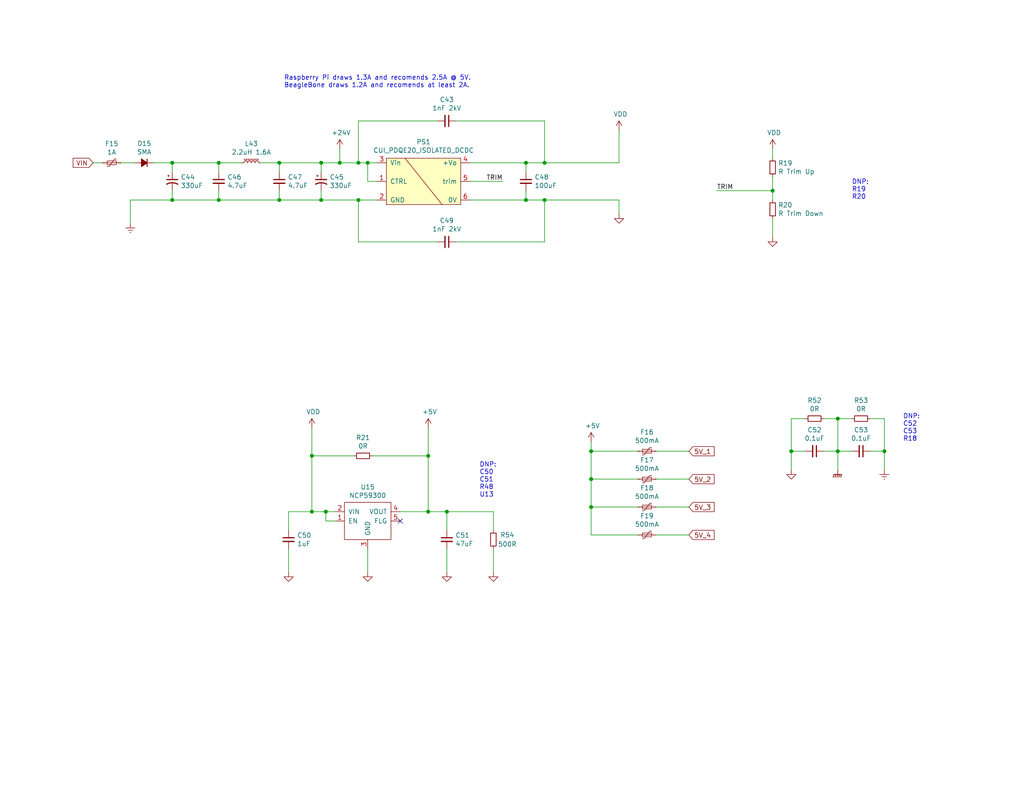
<source format=kicad_sch>
(kicad_sch (version 20211123) (generator eeschema)
  (paper "USLetter")
  (title_block (title "Greenhouse 2.0 IO Board") (date "2022-01-20") (rev "0.1.1") (company "Langhe Greenhaus"))
  (lib_symbols
    (symbol "BCR:NCP59300" (pin_names (offset 1.016))
      (property "Reference" "U" (at 5.08 -1.27 0))
      (property "Value" "BCR_NCP59300" (at 0 11.43 0))
      (symbol "NCP59300_0_1"
        (rectangle (start -6.35 10.16) (end 6.35 0))
      )
      (symbol "NCP59300_1_1"
        (pin input line (at -8.89 5.08 0) (length 2.54) (name "EN") (number "1"))
        (pin input line (at -8.89 7.62 0) (length 2.54) (name "VIN") (number "2"))
        (pin input line (at 0 -2.54 90) (length 2.54) (name "GND") (number "3"))
        (pin input line (at 8.89 7.62 180) (length 2.54) (name "VOUT") (number "4"))
        (pin input line (at 8.89 5.08 180) (length 2.54) (name "FLG") (number "5"))
      )
    )
    (symbol "Device:CP1_Small" (pin_numbers hide) (pin_names (offset 0.254) hide)
      (property "Reference" "C" (at 0.254 1.778 0))
      (property "Value" "Device_CP1_Small" (at 0.254 -2.032 0))
      (symbol "CP1_Small_0_1"
        (polyline (pts (xy -1.524 0.508) (xy 1.524 0.508)) (stroke (width 0.3048)))
        (polyline (pts (xy -1.27 1.524) (xy -0.762 1.524)))
        (polyline (pts (xy -1.016 1.27) (xy -1.016 1.778)))
        (arc (start 1.524 -0.762) (mid 0 -0.3734) (end -1.524 -0.762) (stroke (width 0.3048)))
      )
      (symbol "CP1_Small_1_1"
        (pin passive line (at 0 2.54 270) (length 2.032) (name "~") (number "1"))
        (pin passive line (at 0 -2.54 90) (length 2.032) (name "~") (number "2"))
      )
    )
    (symbol "Device:C_Small" (pin_numbers hide) (pin_names (offset 0.254) hide)
      (property "Reference" "C" (at 0.254 1.778 0))
      (property "Value" "C_Small" (at 0.254 -2.032 0))
      (symbol "C_Small_0_1"
        (polyline (pts (xy -1.524 -0.508) (xy 1.524 -0.508)) (stroke (width 0.3302)))
        (polyline (pts (xy -1.524 0.508) (xy 1.524 0.508)) (stroke (width 0.3048)))
      )
      (symbol "C_Small_1_1"
        (pin passive line (at 0 2.54 270) (length 2.032) (name "~") (number "1"))
        (pin passive line (at 0 -2.54 90) (length 2.032) (name "~") (number "2"))
      )
    )
    (symbol "Device:D_Small_ALT" (pin_numbers hide) (pin_names (offset 0.254) hide)
      (property "Reference" "D" (at -1.27 2.032 0))
      (property "Value" "Device_D_Small_ALT" (at -3.81 -2.032 0))
      (symbol "D_Small_ALT_0_1"
        (polyline (pts (xy -0.762 -1.016) (xy -0.762 1.016)) (stroke (width 0.254)))
        (polyline (pts (xy -0.762 0) (xy 0.762 0)))
        (polyline (pts (xy 0.762 -1.016) (xy -0.762 0) (xy 0.762 1.016) (xy 0.762 -1.016)) (stroke (width 0.254)) (fill (type outline)))
      )
      (symbol "D_Small_ALT_1_1"
        (pin passive line (at -2.54 0 0) (length 1.778) (name "K") (number "1"))
        (pin passive line (at 2.54 0 180) (length 1.778) (name "A") (number "2"))
      )
    )
    (symbol "Device:L_Core_Ferrite_Small" (pin_numbers hide) (pin_names (offset 0.254) hide)
      (property "Reference" "L" (at 1.27 1.016 0))
      (property "Value" "Device_L_Core_Ferrite_Small" (at 1.27 -1.27 0))
      (symbol "L_Core_Ferrite_Small_0_1"
        (arc (start 0 -2.032) (mid 0.508 -1.524) (end 0 -1.016))
        (arc (start 0 -1.016) (mid 0.508 -0.508) (end 0 0))
        (polyline (pts (xy 0.762 -1.905) (xy 0.762 -1.651)))
        (polyline (pts (xy 0.762 -1.397) (xy 0.762 -1.143)))
        (polyline (pts (xy 0.762 -0.889) (xy 0.762 -0.635)))
        (polyline (pts (xy 0.762 -0.381) (xy 0.762 -0.127)))
        (polyline (pts (xy 0.762 0.127) (xy 0.762 0.381)))
        (polyline (pts (xy 0.762 0.635) (xy 0.762 0.889)))
        (polyline (pts (xy 0.762 1.143) (xy 0.762 1.397)))
        (polyline (pts (xy 0.762 1.651) (xy 0.762 1.905)))
        (polyline (pts (xy 1.016 -1.651) (xy 1.016 -1.905)))
        (polyline (pts (xy 1.016 -1.143) (xy 1.016 -1.397)))
        (polyline (pts (xy 1.016 -0.635) (xy 1.016 -0.889)))
        (polyline (pts (xy 1.016 -0.127) (xy 1.016 -0.381)))
        (polyline (pts (xy 1.016 0.381) (xy 1.016 0.127)))
        (polyline (pts (xy 1.016 0.889) (xy 1.016 0.635)))
        (polyline (pts (xy 1.016 1.397) (xy 1.016 1.143)))
        (polyline (pts (xy 1.016 1.905) (xy 1.016 1.651)))
        (arc (start 0 0) (mid 0.508 0.508) (end 0 1.016))
        (arc (start 0 1.016) (mid 0.508 1.524) (end 0 2.032))
      )
      (symbol "L_Core_Ferrite_Small_1_1"
        (pin passive line (at 0 2.54 270) (length 0.508) (name "~") (number "1"))
        (pin passive line (at 0 -2.54 90) (length 0.508) (name "~") (number "2"))
      )
    )
    (symbol "Device:Polyfuse_Small" (pin_numbers hide) (pin_names (offset 0))
      (property "Reference" "F" (at -1.905 0 90))
      (property "Value" "Polyfuse_Small" (at 1.905 0 90))
      (symbol "Polyfuse_Small_0_1"
        (rectangle (start -0.508 1.27) (end 0.508 -1.27))
        (polyline (pts (xy 0 2.54) (xy 0 -2.54)))
        (polyline (pts (xy -1.016 1.27) (xy -1.016 0.762) (xy 1.016 -0.762) (xy 1.016 -1.27)))
      )
      (symbol "Polyfuse_Small_1_1"
        (pin passive line (at 0 2.54 270) (length 0.635) (name "~") (number "1"))
        (pin passive line (at 0 -2.54 90) (length 0.635) (name "~") (number "2"))
      )
    )
    (symbol "Device:R_Small" (pin_numbers hide) (pin_names (offset 0.254) hide)
      (property "Reference" "R" (at 0.762 0.508 0))
      (property "Value" "R_Small" (at 0.762 -1.016 0))
      (symbol "R_Small_0_1"
        (rectangle (start -0.762 1.778) (end 0.762 -1.778) (stroke (width 0.2032)))
      )
      (symbol "R_Small_1_1"
        (pin passive line (at 0 2.54 270) (length 0.762) (name "~") (number "1"))
        (pin passive line (at 0 -2.54 90) (length 0.762) (name "~") (number "2"))
      )
    )
    (symbol "power:+24V" (power) (pin_names (offset 0))
      (property "Value" "+24V" (at 0 3.556 0))
      (symbol "+24V_0_1"
        (polyline (pts (xy -0.762 1.27) (xy 0 2.54)))
        (polyline (pts (xy 0 0) (xy 0 2.54)))
        (polyline (pts (xy 0 2.54) (xy 0.762 1.27)))
      )
      (symbol "+24V_1_1"
        (pin power_in line (at 0 0 90) (length 0) hide (name "+24V") (number "1"))
      )
    )
    (symbol "power:+5V" (power) (pin_names (offset 0))
      (property "Value" "+5V" (at 0 3.556 0))
      (symbol "+5V_0_1"
        (polyline (pts (xy -0.762 1.27) (xy 0 2.54)))
        (polyline (pts (xy 0 0) (xy 0 2.54)))
        (polyline (pts (xy 0 2.54) (xy 0.762 1.27)))
      )
      (symbol "+5V_1_1"
        (pin power_in line (at 0 0 90) (length 0) hide (name "+5V") (number "1"))
      )
    )
    (symbol "power:Earth" (power) (pin_names (offset 0))
      (symbol "Earth_0_1"
        (polyline (pts (xy -0.635 -1.905) (xy 0.635 -1.905)))
        (polyline (pts (xy -0.127 -2.54) (xy 0.127 -2.54)))
        (polyline (pts (xy 0 -1.27) (xy 0 0)))
        (polyline (pts (xy 1.27 -1.27) (xy -1.27 -1.27)))
      )
      (symbol "Earth_1_1"
        (pin power_in line (at 0 0 270) (length 0) hide (name "Earth") (number "1"))
      )
    )
    (symbol "power:GND" (power) (pin_names (offset 0))
      (property "Value" "GND" (at 0 -3.81 0))
      (symbol "GND_0_1"
        (polyline (pts (xy 0 0) (xy 0 -1.27) (xy 1.27 -1.27) (xy 0 -2.54) (xy -1.27 -1.27) (xy 0 -1.27)))
      )
      (symbol "GND_1_1"
        (pin power_in line (at 0 0 270) (length 0) hide (name "GND") (number "1"))
      )
    )
    (symbol "power:GNDPWR" (power) (pin_names (offset 0))
      (property "Value" "GNDPWR" (at 0 -3.302 0))
      (symbol "GNDPWR_0_1"
        (polyline (pts (xy 0 -1.27) (xy 0 0)))
        (polyline (pts (xy -1.016 -1.27) (xy -1.27 -2.032) (xy -1.27 -2.032)) (stroke (width 0.2032)))
        (polyline (pts (xy -0.508 -1.27) (xy -0.762 -2.032) (xy -0.762 -2.032)) (stroke (width 0.2032)))
        (polyline (pts (xy 0 -1.27) (xy -0.254 -2.032) (xy -0.254 -2.032)) (stroke (width 0.2032)))
        (polyline (pts (xy 0.508 -1.27) (xy 0.254 -2.032) (xy 0.254 -2.032)) (stroke (width 0.2032)))
        (polyline (pts (xy 1.016 -1.27) (xy -1.016 -1.27) (xy -1.016 -1.27)) (stroke (width 0.2032)))
        (polyline (pts (xy 1.016 -1.27) (xy 0.762 -2.032) (xy 0.762 -2.032) (xy 0.762 -2.032)) (stroke (width 0.2032)))
      )
      (symbol "GNDPWR_1_1"
        (pin power_in line (at 0 0 270) (length 0) hide (name "GNDPWR") (number "1"))
      )
    )
    (symbol "power:VDD" (power) (pin_names (offset 0))
      (property "Value" "VDD" (at 0 3.81 0))
      (symbol "VDD_0_1"
        (polyline (pts (xy -0.762 1.27) (xy 0 2.54)))
        (polyline (pts (xy 0 0) (xy 0 2.54)))
        (polyline (pts (xy 0 2.54) (xy 0.762 1.27)))
      )
      (symbol "VDD_1_1"
        (pin power_in line (at 0 0 90) (length 0) hide (name "VDD") (number "1"))
      )
    )
    (symbol "proto2-rescue:CUI_PDQE20_ISOLATED_DCDC-BCR" (pin_names (offset 1.016))
      (property "Reference" "PS" (at -8.89 -7.62 0))
      (property "Value" "CUI_PDQE20_ISOLATED_DCDC-BCR" (at 0 7.62 0))
      (symbol "CUI_PDQE20_ISOLATED_DCDC-BCR_0_1"
        (rectangle (start -10.16 6.35) (end 10.16 -6.35) (fill (type background)))
        (polyline (pts (xy -5.08 6.35) (xy 5.08 -6.35)))
      )
      (symbol "CUI_PDQE20_ISOLATED_DCDC-BCR_1_1"
        (pin input line (at -12.7 0 0) (length 2.54) (name "CTRL") (number "1"))
        (pin passive line (at -12.7 -5.08 0) (length 2.54) (name "GND") (number "2"))
        (pin input line (at -12.7 5.08 0) (length 2.54) (name "Vin") (number "3"))
        (pin output line (at 12.7 5.08 180) (length 2.54) (name "+Vo") (number "4"))
        (pin input line (at 12.7 0 180) (length 2.54) (name "trim") (number "5"))
        (pin output line (at 12.7 -5.08 180) (length 2.54) (name "0V") (number "6"))
      )
    )
  )
  (junction (at 210.82 52.07))
  (junction (at 88.9 139.7))
  (junction (at 87.63 54.61))
  (junction (at 97.79 54.61))
  (junction (at 161.29 123.19))
  (junction (at 46.99 54.61))
  (junction (at 241.3 123.19))
  (junction (at 143.51 44.45))
  (junction (at 76.2 44.45))
  (junction (at 87.63 44.45))
  (junction (at 116.84 139.7))
  (junction (at 148.59 54.61))
  (junction (at 215.9 123.19))
  (junction (at 97.79 44.45))
  (junction (at 100.33 44.45))
  (junction (at 46.99 44.45))
  (junction (at 148.59 44.45))
  (junction (at 121.92 139.7))
  (junction (at 161.29 138.43))
  (junction (at 59.69 54.61))
  (junction (at 85.09 124.46))
  (junction (at 85.09 139.7))
  (junction (at 76.2 54.61))
  (junction (at 92.71 44.45))
  (junction (at 228.6 114.3))
  (junction (at 59.69 44.45))
  (junction (at 228.6 123.19))
  (junction (at 143.51 54.61))
  (junction (at 161.29 130.81))
  (junction (at 116.84 124.46))
  (no_connect (at 109.22 142.24))
  (wire (pts (xy 143.51 54.61) (xy 148.59 54.61)))
  (wire (pts (xy 100.33 44.45) (xy 100.33 49.53)))
  (wire (pts (xy 91.44 142.24) (xy 88.9 142.24)))
  (wire (pts (xy 228.6 128.27) (xy 228.6 123.19)))
  (wire (pts (xy 215.9 123.19) (xy 215.9 128.27)))
  (wire (pts (xy 101.6 124.46) (xy 116.84 124.46)))
  (wire (pts (xy 87.63 54.61) (xy 76.2 54.61)))
  (wire (pts (xy 143.51 44.45) (xy 148.59 44.45)))
  (wire (pts (xy 97.79 66.04) (xy 119.38 66.04)))
  (wire (pts (xy 210.82 40.64) (xy 210.82 43.18)))
  (wire (pts (xy 76.2 46.99) (xy 76.2 44.45)))
  (wire (pts (xy 121.92 156.21) (xy 121.92 149.86)))
  (wire (pts (xy 161.29 138.43) (xy 161.29 146.05)))
  (wire (pts (xy 78.74 156.21) (xy 78.74 149.86)))
  (wire (pts (xy 195.58 52.07) (xy 210.82 52.07)))
  (wire (pts (xy 121.92 139.7) (xy 121.92 144.78)))
  (wire (pts (xy 148.59 44.45) (xy 168.91 44.45)))
  (wire (pts (xy 228.6 123.19) (xy 232.41 123.19)))
  (wire (pts (xy 179.07 146.05) (xy 187.96 146.05)))
  (wire (pts (xy 161.29 130.81) (xy 161.29 138.43)))
  (wire (pts (xy 76.2 54.61) (xy 59.69 54.61)))
  (wire (pts (xy 210.82 59.69) (xy 210.82 64.77)))
  (wire (pts (xy 91.44 139.7) (xy 88.9 139.7)))
  (wire (pts (xy 116.84 124.46) (xy 116.84 116.84)))
  (wire (pts (xy 128.27 44.45) (xy 143.51 44.45)))
  (wire (pts (xy 210.82 52.07) (xy 210.82 48.26)))
  (wire (pts (xy 143.51 52.07) (xy 143.51 54.61)))
  (wire (pts (xy 59.69 44.45) (xy 46.99 44.45)))
  (wire (pts (xy 161.29 123.19) (xy 161.29 130.81)))
  (wire (pts (xy 228.6 123.19) (xy 228.6 114.3)))
  (wire (pts (xy 124.46 66.04) (xy 148.59 66.04)))
  (wire (pts (xy 92.71 44.45) (xy 87.63 44.45)))
  (wire (pts (xy 97.79 54.61) (xy 87.63 54.61)))
  (wire (pts (xy 124.46 33.02) (xy 148.59 33.02)))
  (wire (pts (xy 215.9 114.3) (xy 215.9 123.19)))
  (wire (pts (xy 237.49 114.3) (xy 241.3 114.3)))
  (wire (pts (xy 134.62 139.7) (xy 121.92 139.7)))
  (wire (pts (xy 173.99 123.19) (xy 161.29 123.19)))
  (wire (pts (xy 85.09 124.46) (xy 85.09 116.84)))
  (wire (pts (xy 134.62 149.86) (xy 134.62 156.21)))
  (wire (pts (xy 85.09 139.7) (xy 85.09 124.46)))
  (wire (pts (xy 148.59 33.02) (xy 148.59 44.45)))
  (wire (pts (xy 224.79 114.3) (xy 228.6 114.3)))
  (wire (pts (xy 228.6 114.3) (xy 232.41 114.3)))
  (wire (pts (xy 210.82 52.07) (xy 210.82 54.61)))
  (wire (pts (xy 46.99 52.07) (xy 46.99 54.61)))
  (wire (pts (xy 35.56 54.61) (xy 35.56 60.96)))
  (wire (pts (xy 109.22 139.7) (xy 116.84 139.7)))
  (wire (pts (xy 59.69 54.61) (xy 46.99 54.61)))
  (wire (pts (xy 76.2 44.45) (xy 71.12 44.45)))
  (wire (pts (xy 97.79 44.45) (xy 92.71 44.45)))
  (wire (pts (xy 87.63 52.07) (xy 87.63 54.61)))
  (wire (pts (xy 87.63 44.45) (xy 76.2 44.45)))
  (wire (pts (xy 87.63 46.99) (xy 87.63 44.45)))
  (wire (pts (xy 97.79 33.02) (xy 119.38 33.02)))
  (wire (pts (xy 241.3 123.19) (xy 241.3 128.27)))
  (wire (pts (xy 143.51 46.99) (xy 143.51 44.45)))
  (wire (pts (xy 96.52 124.46) (xy 85.09 124.46)))
  (wire (pts (xy 148.59 54.61) (xy 148.59 66.04)))
  (wire (pts (xy 102.87 44.45) (xy 100.33 44.45)))
  (wire (pts (xy 219.71 114.3) (xy 215.9 114.3)))
  (wire (pts (xy 215.9 123.19) (xy 219.71 123.19)))
  (wire (pts (xy 241.3 114.3) (xy 241.3 123.19)))
  (wire (pts (xy 148.59 54.61) (xy 168.91 54.61)))
  (wire (pts (xy 92.71 40.64) (xy 92.71 44.45)))
  (wire (pts (xy 66.04 44.45) (xy 59.69 44.45)))
  (wire (pts (xy 128.27 54.61) (xy 143.51 54.61)))
  (wire (pts (xy 187.96 123.19) (xy 179.07 123.19)))
  (wire (pts (xy 116.84 139.7) (xy 121.92 139.7)))
  (wire (pts (xy 187.96 138.43) (xy 179.07 138.43)))
  (wire (pts (xy 97.79 44.45) (xy 97.79 33.02)))
  (wire (pts (xy 78.74 139.7) (xy 78.74 144.78)))
  (wire (pts (xy 76.2 52.07) (xy 76.2 54.61)))
  (wire (pts (xy 187.96 130.81) (xy 179.07 130.81)))
  (wire (pts (xy 97.79 54.61) (xy 97.79 66.04)))
  (wire (pts (xy 41.91 44.45) (xy 46.99 44.45)))
  (wire (pts (xy 128.27 49.53) (xy 137.16 49.53)))
  (wire (pts (xy 116.84 139.7) (xy 116.84 124.46)))
  (wire (pts (xy 88.9 139.7) (xy 85.09 139.7)))
  (wire (pts (xy 46.99 46.99) (xy 46.99 44.45)))
  (wire (pts (xy 59.69 52.07) (xy 59.69 54.61)))
  (wire (pts (xy 161.29 146.05) (xy 173.99 146.05)))
  (wire (pts (xy 25.4 44.45) (xy 27.94 44.45)))
  (wire (pts (xy 237.49 123.19) (xy 241.3 123.19)))
  (wire (pts (xy 173.99 138.43) (xy 161.29 138.43)))
  (wire (pts (xy 100.33 49.53) (xy 102.87 49.53)))
  (wire (pts (xy 46.99 54.61) (xy 35.56 54.61)))
  (wire (pts (xy 100.33 44.45) (xy 97.79 44.45)))
  (wire (pts (xy 134.62 144.78) (xy 134.62 139.7)))
  (wire (pts (xy 168.91 54.61) (xy 168.91 58.42)))
  (wire (pts (xy 173.99 130.81) (xy 161.29 130.81)))
  (wire (pts (xy 161.29 120.65) (xy 161.29 123.19)))
  (wire (pts (xy 33.02 44.45) (xy 36.83 44.45)))
  (wire (pts (xy 102.87 54.61) (xy 97.79 54.61)))
  (wire (pts (xy 100.33 149.86) (xy 100.33 156.21)))
  (wire (pts (xy 59.69 46.99) (xy 59.69 44.45)))
  (wire (pts (xy 85.09 139.7) (xy 78.74 139.7)))
  (wire (pts (xy 168.91 44.45) (xy 168.91 35.56)))
  (wire (pts (xy 224.79 123.19) (xy 228.6 123.19)))
  (wire (pts (xy 88.9 142.24) (xy 88.9 139.7)))
  (text "https://electronics.stackexchange.com/questions/19561/should-chassis-ground-be-attached-to-digital-ground" (at 302.26 116.84 0) (effects (font (size 1.27 1.27)) (justify left bottom)))
  (text "DNP:\nR19\nR20" (at 232.41 54.61 0) (effects (font (size 1.27 1.27)) (justify left bottom)))
  (text "Raspberry Pi draws 1.3A and recomends 2.5A @ 5V.\nBeagleBone draws 1.2A and recomends at least 2A." (at 77.47 24.13 0) (effects (font (size 1.27 1.27)) (justify left bottom)))
  (text "DNP:\nC50\nC51\nR48\nU13" (at 130.81 135.89 0) (effects (font (size 1.27 1.27)) (justify left bottom)))
  (text "DNP:\nC52\nC53\nR18" (at 246.38 120.65 0) (effects (font (size 1.27 1.27)) (justify left bottom)))
  (label "TRIM" (at 195.58 52.07 0))
  (label "TRIM" (at 137.16 49.53 180))
  (global_label "5V_1" (shape input) (at 187.96 123.19 0) (property "Intersheet References" "${INTERSHEET_REFS}" (effects hide)))
  (global_label "5V_2" (shape input) (at 187.96 130.81 0) (property "Intersheet References" "${INTERSHEET_REFS}" (effects hide)))
  (global_label "5V_3" (shape input) (at 187.96 138.43 0) (property "Intersheet References" "${INTERSHEET_REFS}" (effects hide)))
  (global_label "VIN" (shape input) (at 25.4 44.45 180) (property "Intersheet References" "${INTERSHEET_REFS}" (effects hide)))
  (global_label "5V_4" (shape input) (at 187.96 146.05 0) (property "Intersheet References" "${INTERSHEET_REFS}" (effects hide)))
  (symbol (lib_id "power:Earth") (at 35.56 60.96 0) (unit 1)
    (property "Reference" "#PWR0113" (effects hide))
    (property "Value" "Earth" (effects hide))
  )
  (symbol (lib_id "Device:L_Core_Ferrite_Small") (at 68.58 44.45 90) (unit 1)
    (property "Reference" "L43" (at 68.58 39.243 90))
    (property "Value" "2.2uH 1.6A" (at 68.58 41.5544 90))
    (property "Footprint" "Inductor_BCR:Murata_LQH32PN2R2NN0L" (effects hide))
    (property "LCSC" "C86074" (effects hide))
    (property "Manufacturer" "Murata" (effects hide))
    (property "Part Number" "LQH32PN2R2NN0L" (effects hide))
  )
  (symbol (lib_id "Device:C_Small") (at 143.51 49.53 0) (unit 1)
    (property "Reference" "C48" (at 145.8468 48.3616 0) (effects (justify left)))
    (property "Value" "100uF" (at 145.8468 50.673 0) (effects (justify left)))
    (property "Footprint" "Capacitor_SMD:C_1206_3216Metric" (effects hide))
    (property "LCSC" "C312983" (effects hide))
  )
  (symbol (lib_id "Device:C_Small") (at 121.92 33.02 270) (unit 1)
    (property "Reference" "C43" (at 121.92 27.2034 90))
    (property "Value" "1nF 2kV" (at 121.92 29.5148 90))
    (property "Footprint" "Capacitor_SMD:C_1206_3216Metric" (effects hide))
    (property "LCSC" "C9196" (effects hide))
  )
  (symbol (lib_id "Device:C_Small") (at 121.92 66.04 270) (unit 1)
    (property "Reference" "C49" (at 121.92 60.2234 90))
    (property "Value" "1nF 2kV" (at 121.92 62.5348 90))
    (property "Footprint" "Capacitor_SMD:C_1206_3216Metric" (effects hide))
    (property "LCSC" "C9196" (effects hide))
  )
  (symbol (lib_id "power:GND") (at 168.91 58.42 0) (unit 1)
    (property "Reference" "#PWR0111" (effects hide))
    (property "Value" "GND" (effects hide))
  )
  (symbol (lib_id "Device:CP1_Small") (at 46.99 49.53 0) (unit 1)
    (property "Reference" "C44" (at 49.3014 48.3616 0) (effects (justify left)))
    (property "Value" "330uF" (at 49.3014 50.673 0) (effects (justify left)))
    (property "Footprint" "Capacitor_BCR:CP_Elec_13x12.5" (effects hide))
    (property "LCSC" "C94443" (effects hide))
  )
  (symbol (lib_id "Device:CP1_Small") (at 87.63 49.53 0) (unit 1)
    (property "Reference" "C45" (at 89.9414 48.3616 0) (effects (justify left)))
    (property "Value" "330uF" (at 89.9414 50.673 0) (effects (justify left)))
    (property "Footprint" "Capacitor_BCR:CP_Elec_13x12.5" (effects hide))
    (property "LCSC" "C94443" (effects hide))
  )
  (symbol (lib_id "Device:C_Small") (at 76.2 49.53 0) (unit 1)
    (property "Reference" "C47" (at 78.5368 48.3616 0) (effects (justify left)))
    (property "Value" "4.7uF" (at 78.5368 50.673 0) (effects (justify left)))
    (property "Footprint" "Capacitor_SMD:C_1206_3216Metric" (effects hide))
    (property "LCSC" "C29823" (effects hide))
  )
  (symbol (lib_id "Device:C_Small") (at 59.69 49.53 0) (unit 1)
    (property "Reference" "C46" (at 62.0268 48.3616 0) (effects (justify left)))
    (property "Value" "4.7uF" (at 62.0268 50.673 0) (effects (justify left)))
    (property "Footprint" "Capacitor_SMD:C_1206_3216Metric" (effects hide))
    (property "LCSC" "C29823" (effects hide))
  )
  (symbol (lib_id "Device:R_Small") (at 210.82 45.72 0) (unit 1)
    (property "Reference" "R19" (at 212.3186 44.5516 0) (effects (justify left)))
    (property "Value" "R Trim Up" (at 212.3186 46.863 0) (effects (justify left)))
    (property "Footprint" "Capacitor_SMD:C_0805_2012Metric" (effects hide))
  )
  (symbol (lib_id "Device:R_Small") (at 210.82 57.15 0) (unit 1)
    (property "Reference" "R20" (at 212.3186 55.9816 0) (effects (justify left)))
    (property "Value" "R Trim Down" (at 212.3186 58.293 0) (effects (justify left)))
    (property "Footprint" "Capacitor_SMD:C_0805_2012Metric" (effects hide))
  )
  (symbol (lib_id "power:VDD") (at 210.82 40.64 0) (unit 1)
    (property "Reference" "#PWR0120" (effects hide))
    (property "Value" "VDD" (at 211.201 36.2458 0))
  )
  (symbol (lib_id "power:GND") (at 210.82 64.77 0) (unit 1)
    (property "Reference" "#PWR0121" (effects hide))
    (property "Value" "GND" (effects hide))
  )
  (symbol (lib_id "Device:R_Small") (at 99.06 124.46 270) (unit 1)
    (property "Reference" "R21" (at 99.06 119.4816 90))
    (property "Value" "0R" (at 99.06 121.793 90))
    (property "Footprint" "Capacitor_SMD:C_1206_3216Metric" (effects hide))
    (property "LCSC" "C17888" (effects hide))
  )
  (symbol (lib_id "Device:C_Small") (at 78.74 147.32 0) (unit 1)
    (property "Reference" "C50" (at 81.0768 146.1516 0) (effects (justify left)))
    (property "Value" "1uF" (at 81.0768 148.463 0) (effects (justify left)))
    (property "Footprint" "Capacitor_SMD:C_0805_2012Metric" (effects hide))
  )
  (symbol (lib_id "Device:C_Small") (at 121.92 147.32 0) (unit 1)
    (property "Reference" "C51" (at 124.2568 146.1516 0) (effects (justify left)))
    (property "Value" "47uF" (at 124.2568 148.463 0) (effects (justify left)))
    (property "Footprint" "Capacitor_SMD:C_0805_2012Metric" (effects hide))
  )
  (symbol (lib_id "power:GND") (at 78.74 156.21 0) (unit 1)
    (property "Reference" "#PWR0122" (effects hide))
    (property "Value" "GND" (effects hide))
  )
  (symbol (lib_id "power:GND") (at 121.92 156.21 0) (unit 1)
    (property "Reference" "#PWR0123" (effects hide))
    (property "Value" "GND" (effects hide))
  )
  (symbol (lib_id "proto2-rescue:CUI_PDQE20_ISOLATED_DCDC-BCR") (at 115.57 49.53 0) (unit 1)
    (property "Reference" "PS1" (at 115.57 38.735 0))
    (property "Value" "CUI_PDQE20_ISOLATED_DCDC" (at 115.57 41.0464 0))
    (property "Footprint" "Converter_BCR:CUI_PDQE20" (effects hide))
  )
  (symbol (lib_id "power:+24V") (at 92.71 40.64 0) (unit 1)
    (property "Reference" "#PWR047" (effects hide))
    (property "Value" "+24V" (at 93.091 36.2458 0))
  )
  (symbol (lib_id "Device:Polyfuse_Small") (at 30.48 44.45 270) (unit 1)
    (property "Reference" "F15" (at 30.48 39.243 90))
    (property "Value" "1A" (at 30.48 41.5544 90))
    (property "Footprint" "Resistor_SMD:R_1206_3216Metric" (effects hide))
    (property "LCSC" "C70077" (effects hide))
  )
  (symbol (lib_id "Device:Polyfuse_Small") (at 176.53 146.05 270) (unit 1)
    (property "Reference" "F19" (at 176.53 140.843 90))
    (property "Value" "500mA" (at 176.53 143.1544 90))
    (property "Footprint" "Resistor_SMD:R_0805_2012Metric" (effects hide))
    (property "LCSC" "C70057" (effects hide))
  )
  (symbol (lib_id "Device:Polyfuse_Small") (at 176.53 138.43 270) (unit 1)
    (property "Reference" "F18" (at 176.53 133.223 90))
    (property "Value" "500mA" (at 176.53 135.5344 90))
    (property "Footprint" "Resistor_SMD:R_0805_2012Metric" (effects hide))
    (property "LCSC" "C70057" (effects hide))
  )
  (symbol (lib_id "Device:Polyfuse_Small") (at 176.53 123.19 270) (unit 1)
    (property "Reference" "F16" (at 176.53 117.983 90))
    (property "Value" "500mA" (at 176.53 120.2944 90))
    (property "Footprint" "Resistor_SMD:R_0805_2012Metric" (effects hide))
    (property "LCSC" "C70057" (effects hide))
  )
  (symbol (lib_id "Device:Polyfuse_Small") (at 176.53 130.81 270) (unit 1)
    (property "Reference" "F17" (at 176.53 125.603 90))
    (property "Value" "500mA" (at 176.53 127.9144 90))
    (property "Footprint" "Resistor_SMD:R_0805_2012Metric" (effects hide))
    (property "LCSC" "C70057" (effects hide))
  )
  (symbol (lib_id "BCR:NCP59300") (at 100.33 147.32 0) (unit 1)
    (property "Reference" "U15" (at 100.33 132.969 0))
    (property "Value" "NCP59300" (at 100.33 135.2804 0))
    (property "Footprint" "Package_TO_SOT_SMD:TO-263-5_TabPin3" (effects hide))
    (property "Datasheet" "https://www.onsemi.com/pdf/datasheet/ncp59300-d.pdf" (effects hide))
  )
  (symbol (lib_id "power:GNDPWR") (at 228.6 128.27 0) (unit 1)
    (property "Reference" "#PWR096" (effects hide))
    (property "Value" "GNDPWR" (effects hide))
  )
  (symbol (lib_id "power:Earth") (at 241.3 128.27 0) (unit 1)
    (property "Reference" "#PWR0103" (effects hide))
    (property "Value" "Earth" (effects hide))
  )
  (symbol (lib_id "power:GND") (at 215.9 128.27 0) (unit 1)
    (property "Reference" "#PWR075" (effects hide))
    (property "Value" "GND" (effects hide))
  )
  (symbol (lib_id "Device:R_Small") (at 222.25 114.3 270) (unit 1)
    (property "Reference" "R52" (at 222.25 109.3216 90))
    (property "Value" "0R" (at 222.25 111.633 90))
    (property "Footprint" "Resistor_SMD:R_0805_2012Metric" (effects hide))
    (property "LCSC" "C17477" (effects hide))
  )
  (symbol (lib_id "Device:R_Small") (at 234.95 114.3 270) (unit 1)
    (property "Reference" "R53" (at 234.95 109.3216 90))
    (property "Value" "0R" (at 234.95 111.633 90))
    (property "Footprint" "Resistor_SMD:R_0805_2012Metric" (effects hide))
  )
  (symbol (lib_id "Device:R_Small") (at 134.62 147.32 180) (unit 1)
    (property "Reference" "R54" (at 138.43 146.05 0))
    (property "Value" "500R" (at 138.43 148.59 0))
    (property "Footprint" "Capacitor_SMD:C_0805_2012Metric" (effects hide))
  )
  (symbol (lib_id "Device:C_Small") (at 222.25 123.19 270) (unit 1)
    (property "Reference" "C52" (at 222.25 117.3734 90))
    (property "Value" "0.1uF" (at 222.25 119.6848 90))
    (property "Footprint" "Capacitor_SMD:C_0805_2012Metric" (effects hide))
  )
  (symbol (lib_id "Device:C_Small") (at 234.95 123.19 270) (unit 1)
    (property "Reference" "C53" (at 234.95 117.3734 90))
    (property "Value" "0.1uF" (at 234.95 119.6848 90))
    (property "Footprint" "Capacitor_SMD:C_0805_2012Metric" (effects hide))
  )
  (symbol (lib_id "power:GND") (at 134.62 156.21 0) (unit 1)
    (property "Reference" "#PWR013" (effects hide))
    (property "Value" "GND" (effects hide))
  )
  (symbol (lib_id "Device:D_Small_ALT") (at 39.37 44.45 180) (unit 1)
    (property "Reference" "D15" (at 39.37 39.1922 0))
    (property "Value" "SMA" (at 39.37 41.5036 0))
    (property "Footprint" "Diode_SMD:D_SOD-123F" (effects hide))
    (property "LCSC" "C64898" (effects hide))
  )
  (symbol (lib_id "power:+5V") (at 116.84 116.84 0) (unit 1)
    (property "Reference" "#PWR0104" (effects hide))
    (property "Value" "+5V" (at 117.221 112.4458 0))
  )
  (symbol (lib_id "power:+5V") (at 161.29 120.65 0) (unit 1)
    (property "Reference" "#PWR0110" (effects hide))
    (property "Value" "+5V" (at 161.671 116.2558 0))
  )
  (symbol (lib_id "power:VDD") (at 168.91 35.56 0) (unit 1)
    (property "Reference" "#PWR0108" (effects hide))
    (property "Value" "VDD" (at 169.291 31.1658 0))
  )
  (symbol (lib_id "power:VDD") (at 85.09 116.84 0) (unit 1)
    (property "Reference" "#PWR0109" (effects hide))
    (property "Value" "VDD" (at 85.471 112.4458 0))
  )
  (symbol (lib_id "power:GND") (at 100.33 156.21 0) (unit 1)
    (property "Reference" "#PWR0112" (effects hide))
    (property "Value" "GND" (effects hide))
  )
)
</source>
